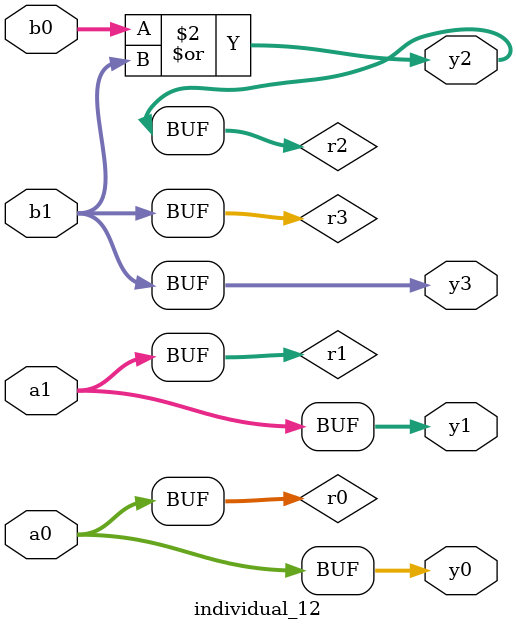
<source format=sv>
module individual_12(input logic [15:0] a1, input logic [15:0] a0, input logic [15:0] b1, input logic [15:0] b0, output logic [15:0] y3, output logic [15:0] y2, output logic [15:0] y1, output logic [15:0] y0);
logic [15:0] r0, r1, r2, r3; 
 always@(*) begin 
	 r0 = a0; r1 = a1; r2 = b0; r3 = b1; 
 	 r2  |=  b1 ;
 	 y3 = r3; y2 = r2; y1 = r1; y0 = r0; 
end
endmodule
</source>
